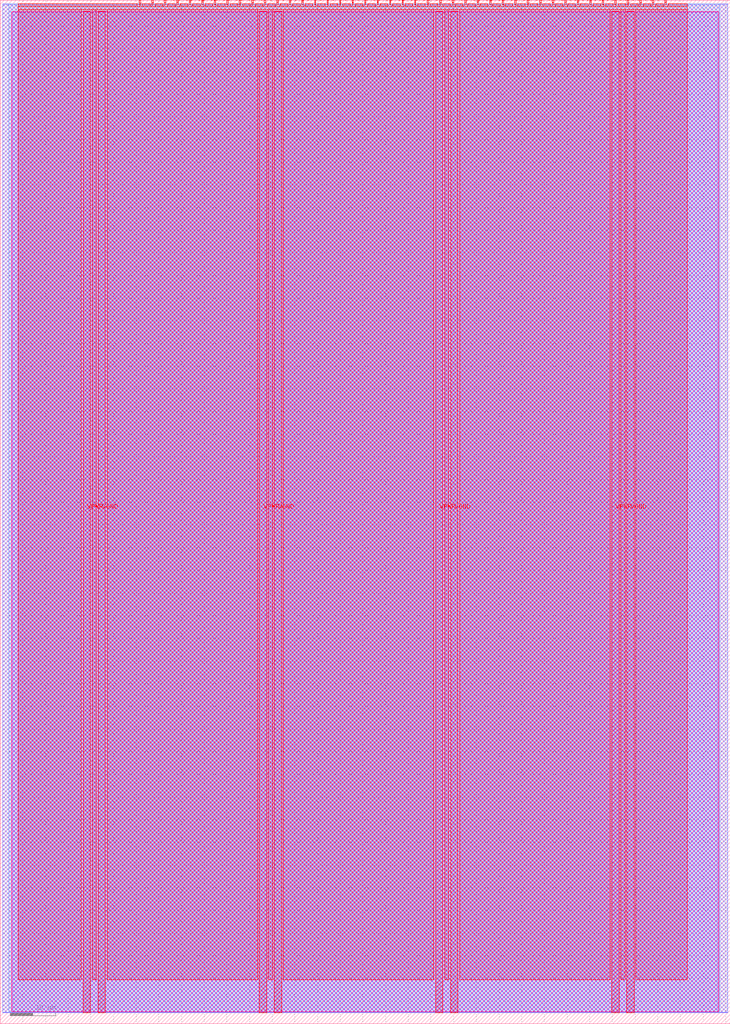
<source format=lef>
VERSION 5.7 ;
  NOWIREEXTENSIONATPIN ON ;
  DIVIDERCHAR "/" ;
  BUSBITCHARS "[]" ;
MACRO tt_um_a1k0n_nyancat
  CLASS BLOCK ;
  FOREIGN tt_um_a1k0n_nyancat ;
  ORIGIN 0.000 0.000 ;
  SIZE 161.000 BY 225.760 ;
  PIN VGND
    DIRECTION INOUT ;
    USE GROUND ;
    PORT
      LAYER met4 ;
        RECT 21.580 2.480 23.180 223.280 ;
    END
    PORT
      LAYER met4 ;
        RECT 60.450 2.480 62.050 223.280 ;
    END
    PORT
      LAYER met4 ;
        RECT 99.320 2.480 100.920 223.280 ;
    END
    PORT
      LAYER met4 ;
        RECT 138.190 2.480 139.790 223.280 ;
    END
  END VGND
  PIN VPWR
    DIRECTION INOUT ;
    USE POWER ;
    PORT
      LAYER met4 ;
        RECT 18.280 2.480 19.880 223.280 ;
    END
    PORT
      LAYER met4 ;
        RECT 57.150 2.480 58.750 223.280 ;
    END
    PORT
      LAYER met4 ;
        RECT 96.020 2.480 97.620 223.280 ;
    END
    PORT
      LAYER met4 ;
        RECT 134.890 2.480 136.490 223.280 ;
    END
  END VPWR
  PIN clk
    DIRECTION INPUT ;
    USE SIGNAL ;
    ANTENNAGATEAREA 0.852000 ;
    PORT
      LAYER met4 ;
        RECT 143.830 224.760 144.130 225.760 ;
    END
  END clk
  PIN ena
    DIRECTION INPUT ;
    USE SIGNAL ;
    PORT
      LAYER met4 ;
        RECT 146.590 224.760 146.890 225.760 ;
    END
  END ena
  PIN rst_n
    DIRECTION INPUT ;
    USE SIGNAL ;
    ANTENNAGATEAREA 0.159000 ;
    PORT
      LAYER met4 ;
        RECT 141.070 224.760 141.370 225.760 ;
    END
  END rst_n
  PIN ui_in[0]
    DIRECTION INPUT ;
    USE SIGNAL ;
    PORT
      LAYER met4 ;
        RECT 138.310 224.760 138.610 225.760 ;
    END
  END ui_in[0]
  PIN ui_in[1]
    DIRECTION INPUT ;
    USE SIGNAL ;
    PORT
      LAYER met4 ;
        RECT 135.550 224.760 135.850 225.760 ;
    END
  END ui_in[1]
  PIN ui_in[2]
    DIRECTION INPUT ;
    USE SIGNAL ;
    PORT
      LAYER met4 ;
        RECT 132.790 224.760 133.090 225.760 ;
    END
  END ui_in[2]
  PIN ui_in[3]
    DIRECTION INPUT ;
    USE SIGNAL ;
    PORT
      LAYER met4 ;
        RECT 130.030 224.760 130.330 225.760 ;
    END
  END ui_in[3]
  PIN ui_in[4]
    DIRECTION INPUT ;
    USE SIGNAL ;
    PORT
      LAYER met4 ;
        RECT 127.270 224.760 127.570 225.760 ;
    END
  END ui_in[4]
  PIN ui_in[5]
    DIRECTION INPUT ;
    USE SIGNAL ;
    PORT
      LAYER met4 ;
        RECT 124.510 224.760 124.810 225.760 ;
    END
  END ui_in[5]
  PIN ui_in[6]
    DIRECTION INPUT ;
    USE SIGNAL ;
    PORT
      LAYER met4 ;
        RECT 121.750 224.760 122.050 225.760 ;
    END
  END ui_in[6]
  PIN ui_in[7]
    DIRECTION INPUT ;
    USE SIGNAL ;
    PORT
      LAYER met4 ;
        RECT 118.990 224.760 119.290 225.760 ;
    END
  END ui_in[7]
  PIN uio_in[0]
    DIRECTION INPUT ;
    USE SIGNAL ;
    PORT
      LAYER met4 ;
        RECT 116.230 224.760 116.530 225.760 ;
    END
  END uio_in[0]
  PIN uio_in[1]
    DIRECTION INPUT ;
    USE SIGNAL ;
    PORT
      LAYER met4 ;
        RECT 113.470 224.760 113.770 225.760 ;
    END
  END uio_in[1]
  PIN uio_in[2]
    DIRECTION INPUT ;
    USE SIGNAL ;
    PORT
      LAYER met4 ;
        RECT 110.710 224.760 111.010 225.760 ;
    END
  END uio_in[2]
  PIN uio_in[3]
    DIRECTION INPUT ;
    USE SIGNAL ;
    PORT
      LAYER met4 ;
        RECT 107.950 224.760 108.250 225.760 ;
    END
  END uio_in[3]
  PIN uio_in[4]
    DIRECTION INPUT ;
    USE SIGNAL ;
    PORT
      LAYER met4 ;
        RECT 105.190 224.760 105.490 225.760 ;
    END
  END uio_in[4]
  PIN uio_in[5]
    DIRECTION INPUT ;
    USE SIGNAL ;
    PORT
      LAYER met4 ;
        RECT 102.430 224.760 102.730 225.760 ;
    END
  END uio_in[5]
  PIN uio_in[6]
    DIRECTION INPUT ;
    USE SIGNAL ;
    PORT
      LAYER met4 ;
        RECT 99.670 224.760 99.970 225.760 ;
    END
  END uio_in[6]
  PIN uio_in[7]
    DIRECTION INPUT ;
    USE SIGNAL ;
    PORT
      LAYER met4 ;
        RECT 96.910 224.760 97.210 225.760 ;
    END
  END uio_in[7]
  PIN uio_oe[0]
    DIRECTION OUTPUT ;
    USE SIGNAL ;
    PORT
      LAYER met4 ;
        RECT 49.990 224.760 50.290 225.760 ;
    END
  END uio_oe[0]
  PIN uio_oe[1]
    DIRECTION OUTPUT ;
    USE SIGNAL ;
    PORT
      LAYER met4 ;
        RECT 47.230 224.760 47.530 225.760 ;
    END
  END uio_oe[1]
  PIN uio_oe[2]
    DIRECTION OUTPUT ;
    USE SIGNAL ;
    PORT
      LAYER met4 ;
        RECT 44.470 224.760 44.770 225.760 ;
    END
  END uio_oe[2]
  PIN uio_oe[3]
    DIRECTION OUTPUT ;
    USE SIGNAL ;
    PORT
      LAYER met4 ;
        RECT 41.710 224.760 42.010 225.760 ;
    END
  END uio_oe[3]
  PIN uio_oe[4]
    DIRECTION OUTPUT ;
    USE SIGNAL ;
    PORT
      LAYER met4 ;
        RECT 38.950 224.760 39.250 225.760 ;
    END
  END uio_oe[4]
  PIN uio_oe[5]
    DIRECTION OUTPUT ;
    USE SIGNAL ;
    PORT
      LAYER met4 ;
        RECT 36.190 224.760 36.490 225.760 ;
    END
  END uio_oe[5]
  PIN uio_oe[6]
    DIRECTION OUTPUT ;
    USE SIGNAL ;
    PORT
      LAYER met4 ;
        RECT 33.430 224.760 33.730 225.760 ;
    END
  END uio_oe[6]
  PIN uio_oe[7]
    DIRECTION OUTPUT ;
    USE SIGNAL ;
    PORT
      LAYER met4 ;
        RECT 30.670 224.760 30.970 225.760 ;
    END
  END uio_oe[7]
  PIN uio_out[0]
    DIRECTION OUTPUT ;
    USE SIGNAL ;
    PORT
      LAYER met4 ;
        RECT 72.070 224.760 72.370 225.760 ;
    END
  END uio_out[0]
  PIN uio_out[1]
    DIRECTION OUTPUT ;
    USE SIGNAL ;
    PORT
      LAYER met4 ;
        RECT 69.310 224.760 69.610 225.760 ;
    END
  END uio_out[1]
  PIN uio_out[2]
    DIRECTION OUTPUT ;
    USE SIGNAL ;
    PORT
      LAYER met4 ;
        RECT 66.550 224.760 66.850 225.760 ;
    END
  END uio_out[2]
  PIN uio_out[3]
    DIRECTION OUTPUT ;
    USE SIGNAL ;
    PORT
      LAYER met4 ;
        RECT 63.790 224.760 64.090 225.760 ;
    END
  END uio_out[3]
  PIN uio_out[4]
    DIRECTION OUTPUT ;
    USE SIGNAL ;
    PORT
      LAYER met4 ;
        RECT 61.030 224.760 61.330 225.760 ;
    END
  END uio_out[4]
  PIN uio_out[5]
    DIRECTION OUTPUT ;
    USE SIGNAL ;
    PORT
      LAYER met4 ;
        RECT 58.270 224.760 58.570 225.760 ;
    END
  END uio_out[5]
  PIN uio_out[6]
    DIRECTION OUTPUT ;
    USE SIGNAL ;
    PORT
      LAYER met4 ;
        RECT 55.510 224.760 55.810 225.760 ;
    END
  END uio_out[6]
  PIN uio_out[7]
    DIRECTION OUTPUT ;
    USE SIGNAL ;
    ANTENNADIFFAREA 0.795200 ;
    PORT
      LAYER met4 ;
        RECT 52.750 224.760 53.050 225.760 ;
    END
  END uio_out[7]
  PIN uo_out[0]
    DIRECTION OUTPUT ;
    USE SIGNAL ;
    ANTENNADIFFAREA 0.891000 ;
    PORT
      LAYER met4 ;
        RECT 94.150 224.760 94.450 225.760 ;
    END
  END uo_out[0]
  PIN uo_out[1]
    DIRECTION OUTPUT ;
    USE SIGNAL ;
    ANTENNADIFFAREA 0.891000 ;
    PORT
      LAYER met4 ;
        RECT 91.390 224.760 91.690 225.760 ;
    END
  END uo_out[1]
  PIN uo_out[2]
    DIRECTION OUTPUT ;
    USE SIGNAL ;
    ANTENNADIFFAREA 0.891000 ;
    PORT
      LAYER met4 ;
        RECT 88.630 224.760 88.930 225.760 ;
    END
  END uo_out[2]
  PIN uo_out[3]
    DIRECTION OUTPUT ;
    USE SIGNAL ;
    ANTENNADIFFAREA 0.445500 ;
    PORT
      LAYER met4 ;
        RECT 85.870 224.760 86.170 225.760 ;
    END
  END uo_out[3]
  PIN uo_out[4]
    DIRECTION OUTPUT ;
    USE SIGNAL ;
    ANTENNADIFFAREA 0.891000 ;
    PORT
      LAYER met4 ;
        RECT 83.110 224.760 83.410 225.760 ;
    END
  END uo_out[4]
  PIN uo_out[5]
    DIRECTION OUTPUT ;
    USE SIGNAL ;
    ANTENNADIFFAREA 0.891000 ;
    PORT
      LAYER met4 ;
        RECT 80.350 224.760 80.650 225.760 ;
    END
  END uo_out[5]
  PIN uo_out[6]
    DIRECTION OUTPUT ;
    USE SIGNAL ;
    ANTENNADIFFAREA 0.891000 ;
    PORT
      LAYER met4 ;
        RECT 77.590 224.760 77.890 225.760 ;
    END
  END uo_out[6]
  PIN uo_out[7]
    DIRECTION OUTPUT ;
    USE SIGNAL ;
    ANTENNADIFFAREA 0.795200 ;
    PORT
      LAYER met4 ;
        RECT 74.830 224.760 75.130 225.760 ;
    END
  END uo_out[7]
  OBS
      LAYER nwell ;
        RECT 2.570 2.635 158.430 223.230 ;
      LAYER li1 ;
        RECT 2.760 2.635 158.240 223.125 ;
      LAYER met1 ;
        RECT 0.530 2.480 160.470 224.700 ;
      LAYER met2 ;
        RECT 0.560 2.535 160.440 224.925 ;
      LAYER met3 ;
        RECT 1.905 2.555 158.635 224.905 ;
      LAYER met4 ;
        RECT 3.975 224.360 30.270 224.905 ;
        RECT 31.370 224.360 33.030 224.905 ;
        RECT 34.130 224.360 35.790 224.905 ;
        RECT 36.890 224.360 38.550 224.905 ;
        RECT 39.650 224.360 41.310 224.905 ;
        RECT 42.410 224.360 44.070 224.905 ;
        RECT 45.170 224.360 46.830 224.905 ;
        RECT 47.930 224.360 49.590 224.905 ;
        RECT 50.690 224.360 52.350 224.905 ;
        RECT 53.450 224.360 55.110 224.905 ;
        RECT 56.210 224.360 57.870 224.905 ;
        RECT 58.970 224.360 60.630 224.905 ;
        RECT 61.730 224.360 63.390 224.905 ;
        RECT 64.490 224.360 66.150 224.905 ;
        RECT 67.250 224.360 68.910 224.905 ;
        RECT 70.010 224.360 71.670 224.905 ;
        RECT 72.770 224.360 74.430 224.905 ;
        RECT 75.530 224.360 77.190 224.905 ;
        RECT 78.290 224.360 79.950 224.905 ;
        RECT 81.050 224.360 82.710 224.905 ;
        RECT 83.810 224.360 85.470 224.905 ;
        RECT 86.570 224.360 88.230 224.905 ;
        RECT 89.330 224.360 90.990 224.905 ;
        RECT 92.090 224.360 93.750 224.905 ;
        RECT 94.850 224.360 96.510 224.905 ;
        RECT 97.610 224.360 99.270 224.905 ;
        RECT 100.370 224.360 102.030 224.905 ;
        RECT 103.130 224.360 104.790 224.905 ;
        RECT 105.890 224.360 107.550 224.905 ;
        RECT 108.650 224.360 110.310 224.905 ;
        RECT 111.410 224.360 113.070 224.905 ;
        RECT 114.170 224.360 115.830 224.905 ;
        RECT 116.930 224.360 118.590 224.905 ;
        RECT 119.690 224.360 121.350 224.905 ;
        RECT 122.450 224.360 124.110 224.905 ;
        RECT 125.210 224.360 126.870 224.905 ;
        RECT 127.970 224.360 129.630 224.905 ;
        RECT 130.730 224.360 132.390 224.905 ;
        RECT 133.490 224.360 135.150 224.905 ;
        RECT 136.250 224.360 137.910 224.905 ;
        RECT 139.010 224.360 140.670 224.905 ;
        RECT 141.770 224.360 143.430 224.905 ;
        RECT 144.530 224.360 146.190 224.905 ;
        RECT 147.290 224.360 151.505 224.905 ;
        RECT 3.975 223.680 151.505 224.360 ;
        RECT 3.975 9.695 17.880 223.680 ;
        RECT 20.280 9.695 21.180 223.680 ;
        RECT 23.580 9.695 56.750 223.680 ;
        RECT 59.150 9.695 60.050 223.680 ;
        RECT 62.450 9.695 95.620 223.680 ;
        RECT 98.020 9.695 98.920 223.680 ;
        RECT 101.320 9.695 134.490 223.680 ;
        RECT 136.890 9.695 137.790 223.680 ;
        RECT 140.190 9.695 151.505 223.680 ;
  END
END tt_um_a1k0n_nyancat
END LIBRARY


</source>
